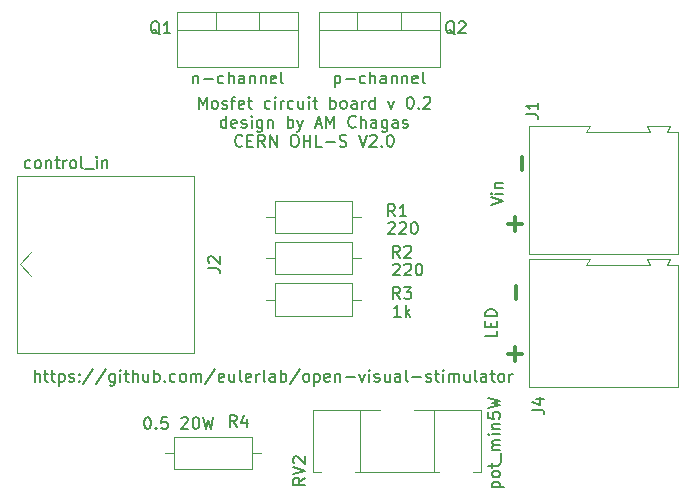
<source format=gbr>
G04 #@! TF.GenerationSoftware,KiCad,Pcbnew,(6.0.2)*
G04 #@! TF.CreationDate,2022-11-03T13:32:56+00:00*
G04 #@! TF.ProjectId,mosfet_circuit,6d6f7366-6574-45f6-9369-72637569742e,rev?*
G04 #@! TF.SameCoordinates,Original*
G04 #@! TF.FileFunction,Legend,Top*
G04 #@! TF.FilePolarity,Positive*
%FSLAX46Y46*%
G04 Gerber Fmt 4.6, Leading zero omitted, Abs format (unit mm)*
G04 Created by KiCad (PCBNEW (6.0.2)) date 2022-11-03 13:32:56*
%MOMM*%
%LPD*%
G01*
G04 APERTURE LIST*
%ADD10C,0.200000*%
%ADD11C,0.150000*%
%ADD12C,0.300000*%
%ADD13C,0.120000*%
G04 APERTURE END LIST*
D10*
X185738095Y-70035714D02*
X185738095Y-71035714D01*
X185738095Y-70083333D02*
X185833333Y-70035714D01*
X186023809Y-70035714D01*
X186119047Y-70083333D01*
X186166666Y-70130952D01*
X186214285Y-70226190D01*
X186214285Y-70511904D01*
X186166666Y-70607142D01*
X186119047Y-70654761D01*
X186023809Y-70702380D01*
X185833333Y-70702380D01*
X185738095Y-70654761D01*
X186642857Y-70321428D02*
X187404761Y-70321428D01*
X188309523Y-70654761D02*
X188214285Y-70702380D01*
X188023809Y-70702380D01*
X187928571Y-70654761D01*
X187880952Y-70607142D01*
X187833333Y-70511904D01*
X187833333Y-70226190D01*
X187880952Y-70130952D01*
X187928571Y-70083333D01*
X188023809Y-70035714D01*
X188214285Y-70035714D01*
X188309523Y-70083333D01*
X188738095Y-70702380D02*
X188738095Y-69702380D01*
X189166666Y-70702380D02*
X189166666Y-70178571D01*
X189119047Y-70083333D01*
X189023809Y-70035714D01*
X188880952Y-70035714D01*
X188785714Y-70083333D01*
X188738095Y-70130952D01*
X190071428Y-70702380D02*
X190071428Y-70178571D01*
X190023809Y-70083333D01*
X189928571Y-70035714D01*
X189738095Y-70035714D01*
X189642857Y-70083333D01*
X190071428Y-70654761D02*
X189976190Y-70702380D01*
X189738095Y-70702380D01*
X189642857Y-70654761D01*
X189595238Y-70559523D01*
X189595238Y-70464285D01*
X189642857Y-70369047D01*
X189738095Y-70321428D01*
X189976190Y-70321428D01*
X190071428Y-70273809D01*
X190547619Y-70035714D02*
X190547619Y-70702380D01*
X190547619Y-70130952D02*
X190595238Y-70083333D01*
X190690476Y-70035714D01*
X190833333Y-70035714D01*
X190928571Y-70083333D01*
X190976190Y-70178571D01*
X190976190Y-70702380D01*
X191452380Y-70035714D02*
X191452380Y-70702380D01*
X191452380Y-70130952D02*
X191500000Y-70083333D01*
X191595238Y-70035714D01*
X191738095Y-70035714D01*
X191833333Y-70083333D01*
X191880952Y-70178571D01*
X191880952Y-70702380D01*
X192738095Y-70654761D02*
X192642857Y-70702380D01*
X192452380Y-70702380D01*
X192357142Y-70654761D01*
X192309523Y-70559523D01*
X192309523Y-70178571D01*
X192357142Y-70083333D01*
X192452380Y-70035714D01*
X192642857Y-70035714D01*
X192738095Y-70083333D01*
X192785714Y-70178571D01*
X192785714Y-70273809D01*
X192309523Y-70369047D01*
X193357142Y-70702380D02*
X193261904Y-70654761D01*
X193214285Y-70559523D01*
X193214285Y-69702380D01*
X173738095Y-70035714D02*
X173738095Y-70702380D01*
X173738095Y-70130952D02*
X173785714Y-70083333D01*
X173880952Y-70035714D01*
X174023809Y-70035714D01*
X174119047Y-70083333D01*
X174166666Y-70178571D01*
X174166666Y-70702380D01*
X174642857Y-70321428D02*
X175404761Y-70321428D01*
X176309523Y-70654761D02*
X176214285Y-70702380D01*
X176023809Y-70702380D01*
X175928571Y-70654761D01*
X175880952Y-70607142D01*
X175833333Y-70511904D01*
X175833333Y-70226190D01*
X175880952Y-70130952D01*
X175928571Y-70083333D01*
X176023809Y-70035714D01*
X176214285Y-70035714D01*
X176309523Y-70083333D01*
X176738095Y-70702380D02*
X176738095Y-69702380D01*
X177166666Y-70702380D02*
X177166666Y-70178571D01*
X177119047Y-70083333D01*
X177023809Y-70035714D01*
X176880952Y-70035714D01*
X176785714Y-70083333D01*
X176738095Y-70130952D01*
X178071428Y-70702380D02*
X178071428Y-70178571D01*
X178023809Y-70083333D01*
X177928571Y-70035714D01*
X177738095Y-70035714D01*
X177642857Y-70083333D01*
X178071428Y-70654761D02*
X177976190Y-70702380D01*
X177738095Y-70702380D01*
X177642857Y-70654761D01*
X177595238Y-70559523D01*
X177595238Y-70464285D01*
X177642857Y-70369047D01*
X177738095Y-70321428D01*
X177976190Y-70321428D01*
X178071428Y-70273809D01*
X178547619Y-70035714D02*
X178547619Y-70702380D01*
X178547619Y-70130952D02*
X178595238Y-70083333D01*
X178690476Y-70035714D01*
X178833333Y-70035714D01*
X178928571Y-70083333D01*
X178976190Y-70178571D01*
X178976190Y-70702380D01*
X179452380Y-70035714D02*
X179452380Y-70702380D01*
X179452380Y-70130952D02*
X179500000Y-70083333D01*
X179595238Y-70035714D01*
X179738095Y-70035714D01*
X179833333Y-70083333D01*
X179880952Y-70178571D01*
X179880952Y-70702380D01*
X180738095Y-70654761D02*
X180642857Y-70702380D01*
X180452380Y-70702380D01*
X180357142Y-70654761D01*
X180309523Y-70559523D01*
X180309523Y-70178571D01*
X180357142Y-70083333D01*
X180452380Y-70035714D01*
X180642857Y-70035714D01*
X180738095Y-70083333D01*
X180785714Y-70178571D01*
X180785714Y-70273809D01*
X180309523Y-70369047D01*
X181357142Y-70702380D02*
X181261904Y-70654761D01*
X181214285Y-70559523D01*
X181214285Y-69702380D01*
D11*
X174214285Y-72842380D02*
X174214285Y-71842380D01*
X174547619Y-72556666D01*
X174880952Y-71842380D01*
X174880952Y-72842380D01*
X175500000Y-72842380D02*
X175404761Y-72794761D01*
X175357142Y-72747142D01*
X175309523Y-72651904D01*
X175309523Y-72366190D01*
X175357142Y-72270952D01*
X175404761Y-72223333D01*
X175500000Y-72175714D01*
X175642857Y-72175714D01*
X175738095Y-72223333D01*
X175785714Y-72270952D01*
X175833333Y-72366190D01*
X175833333Y-72651904D01*
X175785714Y-72747142D01*
X175738095Y-72794761D01*
X175642857Y-72842380D01*
X175500000Y-72842380D01*
X176214285Y-72794761D02*
X176309523Y-72842380D01*
X176500000Y-72842380D01*
X176595238Y-72794761D01*
X176642857Y-72699523D01*
X176642857Y-72651904D01*
X176595238Y-72556666D01*
X176500000Y-72509047D01*
X176357142Y-72509047D01*
X176261904Y-72461428D01*
X176214285Y-72366190D01*
X176214285Y-72318571D01*
X176261904Y-72223333D01*
X176357142Y-72175714D01*
X176500000Y-72175714D01*
X176595238Y-72223333D01*
X176928571Y-72175714D02*
X177309523Y-72175714D01*
X177071428Y-72842380D02*
X177071428Y-71985238D01*
X177119047Y-71890000D01*
X177214285Y-71842380D01*
X177309523Y-71842380D01*
X178023809Y-72794761D02*
X177928571Y-72842380D01*
X177738095Y-72842380D01*
X177642857Y-72794761D01*
X177595238Y-72699523D01*
X177595238Y-72318571D01*
X177642857Y-72223333D01*
X177738095Y-72175714D01*
X177928571Y-72175714D01*
X178023809Y-72223333D01*
X178071428Y-72318571D01*
X178071428Y-72413809D01*
X177595238Y-72509047D01*
X178357142Y-72175714D02*
X178738095Y-72175714D01*
X178500000Y-71842380D02*
X178500000Y-72699523D01*
X178547619Y-72794761D01*
X178642857Y-72842380D01*
X178738095Y-72842380D01*
X180261904Y-72794761D02*
X180166666Y-72842380D01*
X179976190Y-72842380D01*
X179880952Y-72794761D01*
X179833333Y-72747142D01*
X179785714Y-72651904D01*
X179785714Y-72366190D01*
X179833333Y-72270952D01*
X179880952Y-72223333D01*
X179976190Y-72175714D01*
X180166666Y-72175714D01*
X180261904Y-72223333D01*
X180690476Y-72842380D02*
X180690476Y-72175714D01*
X180690476Y-71842380D02*
X180642857Y-71890000D01*
X180690476Y-71937619D01*
X180738095Y-71890000D01*
X180690476Y-71842380D01*
X180690476Y-71937619D01*
X181166666Y-72842380D02*
X181166666Y-72175714D01*
X181166666Y-72366190D02*
X181214285Y-72270952D01*
X181261904Y-72223333D01*
X181357142Y-72175714D01*
X181452380Y-72175714D01*
X182214285Y-72794761D02*
X182119047Y-72842380D01*
X181928571Y-72842380D01*
X181833333Y-72794761D01*
X181785714Y-72747142D01*
X181738095Y-72651904D01*
X181738095Y-72366190D01*
X181785714Y-72270952D01*
X181833333Y-72223333D01*
X181928571Y-72175714D01*
X182119047Y-72175714D01*
X182214285Y-72223333D01*
X183071428Y-72175714D02*
X183071428Y-72842380D01*
X182642857Y-72175714D02*
X182642857Y-72699523D01*
X182690476Y-72794761D01*
X182785714Y-72842380D01*
X182928571Y-72842380D01*
X183023809Y-72794761D01*
X183071428Y-72747142D01*
X183547619Y-72842380D02*
X183547619Y-72175714D01*
X183547619Y-71842380D02*
X183500000Y-71890000D01*
X183547619Y-71937619D01*
X183595238Y-71890000D01*
X183547619Y-71842380D01*
X183547619Y-71937619D01*
X183880952Y-72175714D02*
X184261904Y-72175714D01*
X184023809Y-71842380D02*
X184023809Y-72699523D01*
X184071428Y-72794761D01*
X184166666Y-72842380D01*
X184261904Y-72842380D01*
X185357142Y-72842380D02*
X185357142Y-71842380D01*
X185357142Y-72223333D02*
X185452380Y-72175714D01*
X185642857Y-72175714D01*
X185738095Y-72223333D01*
X185785714Y-72270952D01*
X185833333Y-72366190D01*
X185833333Y-72651904D01*
X185785714Y-72747142D01*
X185738095Y-72794761D01*
X185642857Y-72842380D01*
X185452380Y-72842380D01*
X185357142Y-72794761D01*
X186404761Y-72842380D02*
X186309523Y-72794761D01*
X186261904Y-72747142D01*
X186214285Y-72651904D01*
X186214285Y-72366190D01*
X186261904Y-72270952D01*
X186309523Y-72223333D01*
X186404761Y-72175714D01*
X186547619Y-72175714D01*
X186642857Y-72223333D01*
X186690476Y-72270952D01*
X186738095Y-72366190D01*
X186738095Y-72651904D01*
X186690476Y-72747142D01*
X186642857Y-72794761D01*
X186547619Y-72842380D01*
X186404761Y-72842380D01*
X187595238Y-72842380D02*
X187595238Y-72318571D01*
X187547619Y-72223333D01*
X187452380Y-72175714D01*
X187261904Y-72175714D01*
X187166666Y-72223333D01*
X187595238Y-72794761D02*
X187500000Y-72842380D01*
X187261904Y-72842380D01*
X187166666Y-72794761D01*
X187119047Y-72699523D01*
X187119047Y-72604285D01*
X187166666Y-72509047D01*
X187261904Y-72461428D01*
X187500000Y-72461428D01*
X187595238Y-72413809D01*
X188071428Y-72842380D02*
X188071428Y-72175714D01*
X188071428Y-72366190D02*
X188119047Y-72270952D01*
X188166666Y-72223333D01*
X188261904Y-72175714D01*
X188357142Y-72175714D01*
X189119047Y-72842380D02*
X189119047Y-71842380D01*
X189119047Y-72794761D02*
X189023809Y-72842380D01*
X188833333Y-72842380D01*
X188738095Y-72794761D01*
X188690476Y-72747142D01*
X188642857Y-72651904D01*
X188642857Y-72366190D01*
X188690476Y-72270952D01*
X188738095Y-72223333D01*
X188833333Y-72175714D01*
X189023809Y-72175714D01*
X189119047Y-72223333D01*
X190261904Y-72175714D02*
X190500000Y-72842380D01*
X190738095Y-72175714D01*
X192071428Y-71842380D02*
X192166666Y-71842380D01*
X192261904Y-71890000D01*
X192309523Y-71937619D01*
X192357142Y-72032857D01*
X192404761Y-72223333D01*
X192404761Y-72461428D01*
X192357142Y-72651904D01*
X192309523Y-72747142D01*
X192261904Y-72794761D01*
X192166666Y-72842380D01*
X192071428Y-72842380D01*
X191976190Y-72794761D01*
X191928571Y-72747142D01*
X191880952Y-72651904D01*
X191833333Y-72461428D01*
X191833333Y-72223333D01*
X191880952Y-72032857D01*
X191928571Y-71937619D01*
X191976190Y-71890000D01*
X192071428Y-71842380D01*
X192833333Y-72747142D02*
X192880952Y-72794761D01*
X192833333Y-72842380D01*
X192785714Y-72794761D01*
X192833333Y-72747142D01*
X192833333Y-72842380D01*
X193261904Y-71937619D02*
X193309523Y-71890000D01*
X193404761Y-71842380D01*
X193642857Y-71842380D01*
X193738095Y-71890000D01*
X193785714Y-71937619D01*
X193833333Y-72032857D01*
X193833333Y-72128095D01*
X193785714Y-72270952D01*
X193214285Y-72842380D01*
X193833333Y-72842380D01*
X176547619Y-74452380D02*
X176547619Y-73452380D01*
X176547619Y-74404761D02*
X176452380Y-74452380D01*
X176261904Y-74452380D01*
X176166666Y-74404761D01*
X176119047Y-74357142D01*
X176071428Y-74261904D01*
X176071428Y-73976190D01*
X176119047Y-73880952D01*
X176166666Y-73833333D01*
X176261904Y-73785714D01*
X176452380Y-73785714D01*
X176547619Y-73833333D01*
X177404761Y-74404761D02*
X177309523Y-74452380D01*
X177119047Y-74452380D01*
X177023809Y-74404761D01*
X176976190Y-74309523D01*
X176976190Y-73928571D01*
X177023809Y-73833333D01*
X177119047Y-73785714D01*
X177309523Y-73785714D01*
X177404761Y-73833333D01*
X177452380Y-73928571D01*
X177452380Y-74023809D01*
X176976190Y-74119047D01*
X177833333Y-74404761D02*
X177928571Y-74452380D01*
X178119047Y-74452380D01*
X178214285Y-74404761D01*
X178261904Y-74309523D01*
X178261904Y-74261904D01*
X178214285Y-74166666D01*
X178119047Y-74119047D01*
X177976190Y-74119047D01*
X177880952Y-74071428D01*
X177833333Y-73976190D01*
X177833333Y-73928571D01*
X177880952Y-73833333D01*
X177976190Y-73785714D01*
X178119047Y-73785714D01*
X178214285Y-73833333D01*
X178690476Y-74452380D02*
X178690476Y-73785714D01*
X178690476Y-73452380D02*
X178642857Y-73500000D01*
X178690476Y-73547619D01*
X178738095Y-73500000D01*
X178690476Y-73452380D01*
X178690476Y-73547619D01*
X179595238Y-73785714D02*
X179595238Y-74595238D01*
X179547619Y-74690476D01*
X179500000Y-74738095D01*
X179404761Y-74785714D01*
X179261904Y-74785714D01*
X179166666Y-74738095D01*
X179595238Y-74404761D02*
X179500000Y-74452380D01*
X179309523Y-74452380D01*
X179214285Y-74404761D01*
X179166666Y-74357142D01*
X179119047Y-74261904D01*
X179119047Y-73976190D01*
X179166666Y-73880952D01*
X179214285Y-73833333D01*
X179309523Y-73785714D01*
X179500000Y-73785714D01*
X179595238Y-73833333D01*
X180071428Y-73785714D02*
X180071428Y-74452380D01*
X180071428Y-73880952D02*
X180119047Y-73833333D01*
X180214285Y-73785714D01*
X180357142Y-73785714D01*
X180452380Y-73833333D01*
X180500000Y-73928571D01*
X180500000Y-74452380D01*
X181738095Y-74452380D02*
X181738095Y-73452380D01*
X181738095Y-73833333D02*
X181833333Y-73785714D01*
X182023809Y-73785714D01*
X182119047Y-73833333D01*
X182166666Y-73880952D01*
X182214285Y-73976190D01*
X182214285Y-74261904D01*
X182166666Y-74357142D01*
X182119047Y-74404761D01*
X182023809Y-74452380D01*
X181833333Y-74452380D01*
X181738095Y-74404761D01*
X182547619Y-73785714D02*
X182785714Y-74452380D01*
X183023809Y-73785714D02*
X182785714Y-74452380D01*
X182690476Y-74690476D01*
X182642857Y-74738095D01*
X182547619Y-74785714D01*
X184119047Y-74166666D02*
X184595238Y-74166666D01*
X184023809Y-74452380D02*
X184357142Y-73452380D01*
X184690476Y-74452380D01*
X185023809Y-74452380D02*
X185023809Y-73452380D01*
X185357142Y-74166666D01*
X185690476Y-73452380D01*
X185690476Y-74452380D01*
X187500000Y-74357142D02*
X187452380Y-74404761D01*
X187309523Y-74452380D01*
X187214285Y-74452380D01*
X187071428Y-74404761D01*
X186976190Y-74309523D01*
X186928571Y-74214285D01*
X186880952Y-74023809D01*
X186880952Y-73880952D01*
X186928571Y-73690476D01*
X186976190Y-73595238D01*
X187071428Y-73500000D01*
X187214285Y-73452380D01*
X187309523Y-73452380D01*
X187452380Y-73500000D01*
X187500000Y-73547619D01*
X187928571Y-74452380D02*
X187928571Y-73452380D01*
X188357142Y-74452380D02*
X188357142Y-73928571D01*
X188309523Y-73833333D01*
X188214285Y-73785714D01*
X188071428Y-73785714D01*
X187976190Y-73833333D01*
X187928571Y-73880952D01*
X189261904Y-74452380D02*
X189261904Y-73928571D01*
X189214285Y-73833333D01*
X189119047Y-73785714D01*
X188928571Y-73785714D01*
X188833333Y-73833333D01*
X189261904Y-74404761D02*
X189166666Y-74452380D01*
X188928571Y-74452380D01*
X188833333Y-74404761D01*
X188785714Y-74309523D01*
X188785714Y-74214285D01*
X188833333Y-74119047D01*
X188928571Y-74071428D01*
X189166666Y-74071428D01*
X189261904Y-74023809D01*
X190166666Y-73785714D02*
X190166666Y-74595238D01*
X190119047Y-74690476D01*
X190071428Y-74738095D01*
X189976190Y-74785714D01*
X189833333Y-74785714D01*
X189738095Y-74738095D01*
X190166666Y-74404761D02*
X190071428Y-74452380D01*
X189880952Y-74452380D01*
X189785714Y-74404761D01*
X189738095Y-74357142D01*
X189690476Y-74261904D01*
X189690476Y-73976190D01*
X189738095Y-73880952D01*
X189785714Y-73833333D01*
X189880952Y-73785714D01*
X190071428Y-73785714D01*
X190166666Y-73833333D01*
X191071428Y-74452380D02*
X191071428Y-73928571D01*
X191023809Y-73833333D01*
X190928571Y-73785714D01*
X190738095Y-73785714D01*
X190642857Y-73833333D01*
X191071428Y-74404761D02*
X190976190Y-74452380D01*
X190738095Y-74452380D01*
X190642857Y-74404761D01*
X190595238Y-74309523D01*
X190595238Y-74214285D01*
X190642857Y-74119047D01*
X190738095Y-74071428D01*
X190976190Y-74071428D01*
X191071428Y-74023809D01*
X191500000Y-74404761D02*
X191595238Y-74452380D01*
X191785714Y-74452380D01*
X191880952Y-74404761D01*
X191928571Y-74309523D01*
X191928571Y-74261904D01*
X191880952Y-74166666D01*
X191785714Y-74119047D01*
X191642857Y-74119047D01*
X191547619Y-74071428D01*
X191500000Y-73976190D01*
X191500000Y-73928571D01*
X191547619Y-73833333D01*
X191642857Y-73785714D01*
X191785714Y-73785714D01*
X191880952Y-73833333D01*
X177904761Y-75967142D02*
X177857142Y-76014761D01*
X177714285Y-76062380D01*
X177619047Y-76062380D01*
X177476190Y-76014761D01*
X177380952Y-75919523D01*
X177333333Y-75824285D01*
X177285714Y-75633809D01*
X177285714Y-75490952D01*
X177333333Y-75300476D01*
X177380952Y-75205238D01*
X177476190Y-75110000D01*
X177619047Y-75062380D01*
X177714285Y-75062380D01*
X177857142Y-75110000D01*
X177904761Y-75157619D01*
X178333333Y-75538571D02*
X178666666Y-75538571D01*
X178809523Y-76062380D02*
X178333333Y-76062380D01*
X178333333Y-75062380D01*
X178809523Y-75062380D01*
X179809523Y-76062380D02*
X179476190Y-75586190D01*
X179238095Y-76062380D02*
X179238095Y-75062380D01*
X179619047Y-75062380D01*
X179714285Y-75110000D01*
X179761904Y-75157619D01*
X179809523Y-75252857D01*
X179809523Y-75395714D01*
X179761904Y-75490952D01*
X179714285Y-75538571D01*
X179619047Y-75586190D01*
X179238095Y-75586190D01*
X180238095Y-76062380D02*
X180238095Y-75062380D01*
X180809523Y-76062380D01*
X180809523Y-75062380D01*
X182238095Y-75062380D02*
X182428571Y-75062380D01*
X182523809Y-75110000D01*
X182619047Y-75205238D01*
X182666666Y-75395714D01*
X182666666Y-75729047D01*
X182619047Y-75919523D01*
X182523809Y-76014761D01*
X182428571Y-76062380D01*
X182238095Y-76062380D01*
X182142857Y-76014761D01*
X182047619Y-75919523D01*
X182000000Y-75729047D01*
X182000000Y-75395714D01*
X182047619Y-75205238D01*
X182142857Y-75110000D01*
X182238095Y-75062380D01*
X183095238Y-76062380D02*
X183095238Y-75062380D01*
X183095238Y-75538571D02*
X183666666Y-75538571D01*
X183666666Y-76062380D02*
X183666666Y-75062380D01*
X184619047Y-76062380D02*
X184142857Y-76062380D01*
X184142857Y-75062380D01*
X184952380Y-75681428D02*
X185714285Y-75681428D01*
X186142857Y-76014761D02*
X186285714Y-76062380D01*
X186523809Y-76062380D01*
X186619047Y-76014761D01*
X186666666Y-75967142D01*
X186714285Y-75871904D01*
X186714285Y-75776666D01*
X186666666Y-75681428D01*
X186619047Y-75633809D01*
X186523809Y-75586190D01*
X186333333Y-75538571D01*
X186238095Y-75490952D01*
X186190476Y-75443333D01*
X186142857Y-75348095D01*
X186142857Y-75252857D01*
X186190476Y-75157619D01*
X186238095Y-75110000D01*
X186333333Y-75062380D01*
X186571428Y-75062380D01*
X186714285Y-75110000D01*
X187761904Y-75062380D02*
X188095238Y-76062380D01*
X188428571Y-75062380D01*
X188714285Y-75157619D02*
X188761904Y-75110000D01*
X188857142Y-75062380D01*
X189095238Y-75062380D01*
X189190476Y-75110000D01*
X189238095Y-75157619D01*
X189285714Y-75252857D01*
X189285714Y-75348095D01*
X189238095Y-75490952D01*
X188666666Y-76062380D01*
X189285714Y-76062380D01*
X189714285Y-75967142D02*
X189761904Y-76014761D01*
X189714285Y-76062380D01*
X189666666Y-76014761D01*
X189714285Y-75967142D01*
X189714285Y-76062380D01*
X190380952Y-75062380D02*
X190476190Y-75062380D01*
X190571428Y-75110000D01*
X190619047Y-75157619D01*
X190666666Y-75252857D01*
X190714285Y-75443333D01*
X190714285Y-75681428D01*
X190666666Y-75871904D01*
X190619047Y-75967142D01*
X190571428Y-76014761D01*
X190476190Y-76062380D01*
X190380952Y-76062380D01*
X190285714Y-76014761D01*
X190238095Y-75967142D01*
X190190476Y-75871904D01*
X190142857Y-75681428D01*
X190142857Y-75443333D01*
X190190476Y-75252857D01*
X190238095Y-75157619D01*
X190285714Y-75110000D01*
X190380952Y-75062380D01*
D12*
X200428571Y-82607142D02*
X201571428Y-82607142D01*
X201000000Y-83178571D02*
X201000000Y-82035714D01*
X201107142Y-88991428D02*
X201107142Y-87848571D01*
X200428571Y-93607142D02*
X201571428Y-93607142D01*
X201000000Y-94178571D02*
X201000000Y-93035714D01*
X201607142Y-78071428D02*
X201607142Y-76928571D01*
D10*
X160333333Y-95952380D02*
X160333333Y-94952380D01*
X160761904Y-95952380D02*
X160761904Y-95428571D01*
X160714285Y-95333333D01*
X160619047Y-95285714D01*
X160476190Y-95285714D01*
X160380952Y-95333333D01*
X160333333Y-95380952D01*
X161095238Y-95285714D02*
X161476190Y-95285714D01*
X161238095Y-94952380D02*
X161238095Y-95809523D01*
X161285714Y-95904761D01*
X161380952Y-95952380D01*
X161476190Y-95952380D01*
X161666666Y-95285714D02*
X162047619Y-95285714D01*
X161809523Y-94952380D02*
X161809523Y-95809523D01*
X161857142Y-95904761D01*
X161952380Y-95952380D01*
X162047619Y-95952380D01*
X162380952Y-95285714D02*
X162380952Y-96285714D01*
X162380952Y-95333333D02*
X162476190Y-95285714D01*
X162666666Y-95285714D01*
X162761904Y-95333333D01*
X162809523Y-95380952D01*
X162857142Y-95476190D01*
X162857142Y-95761904D01*
X162809523Y-95857142D01*
X162761904Y-95904761D01*
X162666666Y-95952380D01*
X162476190Y-95952380D01*
X162380952Y-95904761D01*
X163238095Y-95904761D02*
X163333333Y-95952380D01*
X163523809Y-95952380D01*
X163619047Y-95904761D01*
X163666666Y-95809523D01*
X163666666Y-95761904D01*
X163619047Y-95666666D01*
X163523809Y-95619047D01*
X163380952Y-95619047D01*
X163285714Y-95571428D01*
X163238095Y-95476190D01*
X163238095Y-95428571D01*
X163285714Y-95333333D01*
X163380952Y-95285714D01*
X163523809Y-95285714D01*
X163619047Y-95333333D01*
X164095238Y-95857142D02*
X164142857Y-95904761D01*
X164095238Y-95952380D01*
X164047619Y-95904761D01*
X164095238Y-95857142D01*
X164095238Y-95952380D01*
X164095238Y-95333333D02*
X164142857Y-95380952D01*
X164095238Y-95428571D01*
X164047619Y-95380952D01*
X164095238Y-95333333D01*
X164095238Y-95428571D01*
X165285714Y-94904761D02*
X164428571Y-96190476D01*
X166333333Y-94904761D02*
X165476190Y-96190476D01*
X167095238Y-95285714D02*
X167095238Y-96095238D01*
X167047619Y-96190476D01*
X167000000Y-96238095D01*
X166904761Y-96285714D01*
X166761904Y-96285714D01*
X166666666Y-96238095D01*
X167095238Y-95904761D02*
X167000000Y-95952380D01*
X166809523Y-95952380D01*
X166714285Y-95904761D01*
X166666666Y-95857142D01*
X166619047Y-95761904D01*
X166619047Y-95476190D01*
X166666666Y-95380952D01*
X166714285Y-95333333D01*
X166809523Y-95285714D01*
X167000000Y-95285714D01*
X167095238Y-95333333D01*
X167571428Y-95952380D02*
X167571428Y-95285714D01*
X167571428Y-94952380D02*
X167523809Y-95000000D01*
X167571428Y-95047619D01*
X167619047Y-95000000D01*
X167571428Y-94952380D01*
X167571428Y-95047619D01*
X167904761Y-95285714D02*
X168285714Y-95285714D01*
X168047619Y-94952380D02*
X168047619Y-95809523D01*
X168095238Y-95904761D01*
X168190476Y-95952380D01*
X168285714Y-95952380D01*
X168619047Y-95952380D02*
X168619047Y-94952380D01*
X169047619Y-95952380D02*
X169047619Y-95428571D01*
X169000000Y-95333333D01*
X168904761Y-95285714D01*
X168761904Y-95285714D01*
X168666666Y-95333333D01*
X168619047Y-95380952D01*
X169952380Y-95285714D02*
X169952380Y-95952380D01*
X169523809Y-95285714D02*
X169523809Y-95809523D01*
X169571428Y-95904761D01*
X169666666Y-95952380D01*
X169809523Y-95952380D01*
X169904761Y-95904761D01*
X169952380Y-95857142D01*
X170428571Y-95952380D02*
X170428571Y-94952380D01*
X170428571Y-95333333D02*
X170523809Y-95285714D01*
X170714285Y-95285714D01*
X170809523Y-95333333D01*
X170857142Y-95380952D01*
X170904761Y-95476190D01*
X170904761Y-95761904D01*
X170857142Y-95857142D01*
X170809523Y-95904761D01*
X170714285Y-95952380D01*
X170523809Y-95952380D01*
X170428571Y-95904761D01*
X171333333Y-95857142D02*
X171380952Y-95904761D01*
X171333333Y-95952380D01*
X171285714Y-95904761D01*
X171333333Y-95857142D01*
X171333333Y-95952380D01*
X172238095Y-95904761D02*
X172142857Y-95952380D01*
X171952380Y-95952380D01*
X171857142Y-95904761D01*
X171809523Y-95857142D01*
X171761904Y-95761904D01*
X171761904Y-95476190D01*
X171809523Y-95380952D01*
X171857142Y-95333333D01*
X171952380Y-95285714D01*
X172142857Y-95285714D01*
X172238095Y-95333333D01*
X172809523Y-95952380D02*
X172714285Y-95904761D01*
X172666666Y-95857142D01*
X172619047Y-95761904D01*
X172619047Y-95476190D01*
X172666666Y-95380952D01*
X172714285Y-95333333D01*
X172809523Y-95285714D01*
X172952380Y-95285714D01*
X173047619Y-95333333D01*
X173095238Y-95380952D01*
X173142857Y-95476190D01*
X173142857Y-95761904D01*
X173095238Y-95857142D01*
X173047619Y-95904761D01*
X172952380Y-95952380D01*
X172809523Y-95952380D01*
X173571428Y-95952380D02*
X173571428Y-95285714D01*
X173571428Y-95380952D02*
X173619047Y-95333333D01*
X173714285Y-95285714D01*
X173857142Y-95285714D01*
X173952380Y-95333333D01*
X174000000Y-95428571D01*
X174000000Y-95952380D01*
X174000000Y-95428571D02*
X174047619Y-95333333D01*
X174142857Y-95285714D01*
X174285714Y-95285714D01*
X174380952Y-95333333D01*
X174428571Y-95428571D01*
X174428571Y-95952380D01*
X175619047Y-94904761D02*
X174761904Y-96190476D01*
X176333333Y-95904761D02*
X176238095Y-95952380D01*
X176047619Y-95952380D01*
X175952380Y-95904761D01*
X175904761Y-95809523D01*
X175904761Y-95428571D01*
X175952380Y-95333333D01*
X176047619Y-95285714D01*
X176238095Y-95285714D01*
X176333333Y-95333333D01*
X176380952Y-95428571D01*
X176380952Y-95523809D01*
X175904761Y-95619047D01*
X177238095Y-95285714D02*
X177238095Y-95952380D01*
X176809523Y-95285714D02*
X176809523Y-95809523D01*
X176857142Y-95904761D01*
X176952380Y-95952380D01*
X177095238Y-95952380D01*
X177190476Y-95904761D01*
X177238095Y-95857142D01*
X177857142Y-95952380D02*
X177761904Y-95904761D01*
X177714285Y-95809523D01*
X177714285Y-94952380D01*
X178619047Y-95904761D02*
X178523809Y-95952380D01*
X178333333Y-95952380D01*
X178238095Y-95904761D01*
X178190476Y-95809523D01*
X178190476Y-95428571D01*
X178238095Y-95333333D01*
X178333333Y-95285714D01*
X178523809Y-95285714D01*
X178619047Y-95333333D01*
X178666666Y-95428571D01*
X178666666Y-95523809D01*
X178190476Y-95619047D01*
X179095238Y-95952380D02*
X179095238Y-95285714D01*
X179095238Y-95476190D02*
X179142857Y-95380952D01*
X179190476Y-95333333D01*
X179285714Y-95285714D01*
X179380952Y-95285714D01*
X179857142Y-95952380D02*
X179761904Y-95904761D01*
X179714285Y-95809523D01*
X179714285Y-94952380D01*
X180666666Y-95952380D02*
X180666666Y-95428571D01*
X180619047Y-95333333D01*
X180523809Y-95285714D01*
X180333333Y-95285714D01*
X180238095Y-95333333D01*
X180666666Y-95904761D02*
X180571428Y-95952380D01*
X180333333Y-95952380D01*
X180238095Y-95904761D01*
X180190476Y-95809523D01*
X180190476Y-95714285D01*
X180238095Y-95619047D01*
X180333333Y-95571428D01*
X180571428Y-95571428D01*
X180666666Y-95523809D01*
X181142857Y-95952380D02*
X181142857Y-94952380D01*
X181142857Y-95333333D02*
X181238095Y-95285714D01*
X181428571Y-95285714D01*
X181523809Y-95333333D01*
X181571428Y-95380952D01*
X181619047Y-95476190D01*
X181619047Y-95761904D01*
X181571428Y-95857142D01*
X181523809Y-95904761D01*
X181428571Y-95952380D01*
X181238095Y-95952380D01*
X181142857Y-95904761D01*
X182761904Y-94904761D02*
X181904761Y-96190476D01*
X183238095Y-95952380D02*
X183142857Y-95904761D01*
X183095238Y-95857142D01*
X183047619Y-95761904D01*
X183047619Y-95476190D01*
X183095238Y-95380952D01*
X183142857Y-95333333D01*
X183238095Y-95285714D01*
X183380952Y-95285714D01*
X183476190Y-95333333D01*
X183523809Y-95380952D01*
X183571428Y-95476190D01*
X183571428Y-95761904D01*
X183523809Y-95857142D01*
X183476190Y-95904761D01*
X183380952Y-95952380D01*
X183238095Y-95952380D01*
X184000000Y-95285714D02*
X184000000Y-96285714D01*
X184000000Y-95333333D02*
X184095238Y-95285714D01*
X184285714Y-95285714D01*
X184380952Y-95333333D01*
X184428571Y-95380952D01*
X184476190Y-95476190D01*
X184476190Y-95761904D01*
X184428571Y-95857142D01*
X184380952Y-95904761D01*
X184285714Y-95952380D01*
X184095238Y-95952380D01*
X184000000Y-95904761D01*
X185285714Y-95904761D02*
X185190476Y-95952380D01*
X184999999Y-95952380D01*
X184904761Y-95904761D01*
X184857142Y-95809523D01*
X184857142Y-95428571D01*
X184904761Y-95333333D01*
X184999999Y-95285714D01*
X185190476Y-95285714D01*
X185285714Y-95333333D01*
X185333333Y-95428571D01*
X185333333Y-95523809D01*
X184857142Y-95619047D01*
X185761904Y-95285714D02*
X185761904Y-95952380D01*
X185761904Y-95380952D02*
X185809523Y-95333333D01*
X185904761Y-95285714D01*
X186047619Y-95285714D01*
X186142857Y-95333333D01*
X186190476Y-95428571D01*
X186190476Y-95952380D01*
X186666666Y-95571428D02*
X187428571Y-95571428D01*
X187809523Y-95285714D02*
X188047619Y-95952380D01*
X188285714Y-95285714D01*
X188666666Y-95952380D02*
X188666666Y-95285714D01*
X188666666Y-94952380D02*
X188619047Y-95000000D01*
X188666666Y-95047619D01*
X188714285Y-95000000D01*
X188666666Y-94952380D01*
X188666666Y-95047619D01*
X189095238Y-95904761D02*
X189190476Y-95952380D01*
X189380952Y-95952380D01*
X189476190Y-95904761D01*
X189523809Y-95809523D01*
X189523809Y-95761904D01*
X189476190Y-95666666D01*
X189380952Y-95619047D01*
X189238095Y-95619047D01*
X189142857Y-95571428D01*
X189095238Y-95476190D01*
X189095238Y-95428571D01*
X189142857Y-95333333D01*
X189238095Y-95285714D01*
X189380952Y-95285714D01*
X189476190Y-95333333D01*
X190380952Y-95285714D02*
X190380952Y-95952380D01*
X189952380Y-95285714D02*
X189952380Y-95809523D01*
X190000000Y-95904761D01*
X190095238Y-95952380D01*
X190238095Y-95952380D01*
X190333333Y-95904761D01*
X190380952Y-95857142D01*
X191285714Y-95952380D02*
X191285714Y-95428571D01*
X191238095Y-95333333D01*
X191142857Y-95285714D01*
X190952380Y-95285714D01*
X190857142Y-95333333D01*
X191285714Y-95904761D02*
X191190476Y-95952380D01*
X190952380Y-95952380D01*
X190857142Y-95904761D01*
X190809523Y-95809523D01*
X190809523Y-95714285D01*
X190857142Y-95619047D01*
X190952380Y-95571428D01*
X191190476Y-95571428D01*
X191285714Y-95523809D01*
X191904761Y-95952380D02*
X191809523Y-95904761D01*
X191761904Y-95809523D01*
X191761904Y-94952380D01*
X192285714Y-95571428D02*
X193047619Y-95571428D01*
X193476190Y-95904761D02*
X193571428Y-95952380D01*
X193761904Y-95952380D01*
X193857142Y-95904761D01*
X193904761Y-95809523D01*
X193904761Y-95761904D01*
X193857142Y-95666666D01*
X193761904Y-95619047D01*
X193619047Y-95619047D01*
X193523809Y-95571428D01*
X193476190Y-95476190D01*
X193476190Y-95428571D01*
X193523809Y-95333333D01*
X193619047Y-95285714D01*
X193761904Y-95285714D01*
X193857142Y-95333333D01*
X194190476Y-95285714D02*
X194571428Y-95285714D01*
X194333333Y-94952380D02*
X194333333Y-95809523D01*
X194380952Y-95904761D01*
X194476190Y-95952380D01*
X194571428Y-95952380D01*
X194904761Y-95952380D02*
X194904761Y-95285714D01*
X194904761Y-94952380D02*
X194857142Y-95000000D01*
X194904761Y-95047619D01*
X194952380Y-95000000D01*
X194904761Y-94952380D01*
X194904761Y-95047619D01*
X195380952Y-95952380D02*
X195380952Y-95285714D01*
X195380952Y-95380952D02*
X195428571Y-95333333D01*
X195523809Y-95285714D01*
X195666666Y-95285714D01*
X195761904Y-95333333D01*
X195809523Y-95428571D01*
X195809523Y-95952380D01*
X195809523Y-95428571D02*
X195857142Y-95333333D01*
X195952380Y-95285714D01*
X196095238Y-95285714D01*
X196190476Y-95333333D01*
X196238095Y-95428571D01*
X196238095Y-95952380D01*
X197142857Y-95285714D02*
X197142857Y-95952380D01*
X196714285Y-95285714D02*
X196714285Y-95809523D01*
X196761904Y-95904761D01*
X196857142Y-95952380D01*
X197000000Y-95952380D01*
X197095238Y-95904761D01*
X197142857Y-95857142D01*
X197761904Y-95952380D02*
X197666666Y-95904761D01*
X197619047Y-95809523D01*
X197619047Y-94952380D01*
X198571428Y-95952380D02*
X198571428Y-95428571D01*
X198523809Y-95333333D01*
X198428571Y-95285714D01*
X198238095Y-95285714D01*
X198142857Y-95333333D01*
X198571428Y-95904761D02*
X198476190Y-95952380D01*
X198238095Y-95952380D01*
X198142857Y-95904761D01*
X198095238Y-95809523D01*
X198095238Y-95714285D01*
X198142857Y-95619047D01*
X198238095Y-95571428D01*
X198476190Y-95571428D01*
X198571428Y-95523809D01*
X198904761Y-95285714D02*
X199285714Y-95285714D01*
X199047619Y-94952380D02*
X199047619Y-95809523D01*
X199095238Y-95904761D01*
X199190476Y-95952380D01*
X199285714Y-95952380D01*
X199761904Y-95952380D02*
X199666666Y-95904761D01*
X199619047Y-95857142D01*
X199571428Y-95761904D01*
X199571428Y-95476190D01*
X199619047Y-95380952D01*
X199666666Y-95333333D01*
X199761904Y-95285714D01*
X199904761Y-95285714D01*
X200000000Y-95333333D01*
X200047619Y-95380952D01*
X200095238Y-95476190D01*
X200095238Y-95761904D01*
X200047619Y-95857142D01*
X200000000Y-95904761D01*
X199904761Y-95952380D01*
X199761904Y-95952380D01*
X200523809Y-95952380D02*
X200523809Y-95285714D01*
X200523809Y-95476190D02*
X200571428Y-95380952D01*
X200619047Y-95333333D01*
X200714285Y-95285714D01*
X200809523Y-95285714D01*
D11*
X201952380Y-73333333D02*
X202666666Y-73333333D01*
X202809523Y-73380952D01*
X202904761Y-73476190D01*
X202952380Y-73619047D01*
X202952380Y-73714285D01*
X202952380Y-72333333D02*
X202952380Y-72904761D01*
X202952380Y-72619047D02*
X201952380Y-72619047D01*
X202095238Y-72714285D01*
X202190476Y-72809523D01*
X202238095Y-72904761D01*
X198952380Y-81023809D02*
X199952380Y-80690476D01*
X198952380Y-80357142D01*
X199952380Y-80023809D02*
X199285714Y-80023809D01*
X198952380Y-80023809D02*
X199000000Y-80071428D01*
X199047619Y-80023809D01*
X199000000Y-79976190D01*
X198952380Y-80023809D01*
X199047619Y-80023809D01*
X199285714Y-79547619D02*
X199952380Y-79547619D01*
X199380952Y-79547619D02*
X199333333Y-79500000D01*
X199285714Y-79404761D01*
X199285714Y-79261904D01*
X199333333Y-79166666D01*
X199428571Y-79119047D01*
X199952380Y-79119047D01*
X175002380Y-86333333D02*
X175716666Y-86333333D01*
X175859523Y-86380952D01*
X175954761Y-86476190D01*
X176002380Y-86619047D01*
X176002380Y-86714285D01*
X175097619Y-85904761D02*
X175050000Y-85857142D01*
X175002380Y-85761904D01*
X175002380Y-85523809D01*
X175050000Y-85428571D01*
X175097619Y-85380952D01*
X175192857Y-85333333D01*
X175288095Y-85333333D01*
X175430952Y-85380952D01*
X176002380Y-85952380D01*
X176002380Y-85333333D01*
X159952380Y-77832261D02*
X159857142Y-77879880D01*
X159666666Y-77879880D01*
X159571428Y-77832261D01*
X159523809Y-77784642D01*
X159476190Y-77689404D01*
X159476190Y-77403690D01*
X159523809Y-77308452D01*
X159571428Y-77260833D01*
X159666666Y-77213214D01*
X159857142Y-77213214D01*
X159952380Y-77260833D01*
X160523809Y-77879880D02*
X160428571Y-77832261D01*
X160380952Y-77784642D01*
X160333333Y-77689404D01*
X160333333Y-77403690D01*
X160380952Y-77308452D01*
X160428571Y-77260833D01*
X160523809Y-77213214D01*
X160666666Y-77213214D01*
X160761904Y-77260833D01*
X160809523Y-77308452D01*
X160857142Y-77403690D01*
X160857142Y-77689404D01*
X160809523Y-77784642D01*
X160761904Y-77832261D01*
X160666666Y-77879880D01*
X160523809Y-77879880D01*
X161285714Y-77213214D02*
X161285714Y-77879880D01*
X161285714Y-77308452D02*
X161333333Y-77260833D01*
X161428571Y-77213214D01*
X161571428Y-77213214D01*
X161666666Y-77260833D01*
X161714285Y-77356071D01*
X161714285Y-77879880D01*
X162047619Y-77213214D02*
X162428571Y-77213214D01*
X162190476Y-76879880D02*
X162190476Y-77737023D01*
X162238095Y-77832261D01*
X162333333Y-77879880D01*
X162428571Y-77879880D01*
X162761904Y-77879880D02*
X162761904Y-77213214D01*
X162761904Y-77403690D02*
X162809523Y-77308452D01*
X162857142Y-77260833D01*
X162952380Y-77213214D01*
X163047619Y-77213214D01*
X163523809Y-77879880D02*
X163428571Y-77832261D01*
X163380952Y-77784642D01*
X163333333Y-77689404D01*
X163333333Y-77403690D01*
X163380952Y-77308452D01*
X163428571Y-77260833D01*
X163523809Y-77213214D01*
X163666666Y-77213214D01*
X163761904Y-77260833D01*
X163809523Y-77308452D01*
X163857142Y-77403690D01*
X163857142Y-77689404D01*
X163809523Y-77784642D01*
X163761904Y-77832261D01*
X163666666Y-77879880D01*
X163523809Y-77879880D01*
X164428571Y-77879880D02*
X164333333Y-77832261D01*
X164285714Y-77737023D01*
X164285714Y-76879880D01*
X164571428Y-77975119D02*
X165333333Y-77975119D01*
X165571428Y-77879880D02*
X165571428Y-77213214D01*
X165571428Y-76879880D02*
X165523809Y-76927500D01*
X165571428Y-76975119D01*
X165619047Y-76927500D01*
X165571428Y-76879880D01*
X165571428Y-76975119D01*
X166047619Y-77213214D02*
X166047619Y-77879880D01*
X166047619Y-77308452D02*
X166095238Y-77260833D01*
X166190476Y-77213214D01*
X166333333Y-77213214D01*
X166428571Y-77260833D01*
X166476190Y-77356071D01*
X166476190Y-77879880D01*
X202452380Y-98333333D02*
X203166666Y-98333333D01*
X203309523Y-98380952D01*
X203404761Y-98476190D01*
X203452380Y-98619047D01*
X203452380Y-98714285D01*
X202785714Y-97428571D02*
X203452380Y-97428571D01*
X202404761Y-97666666D02*
X203119047Y-97904761D01*
X203119047Y-97285714D01*
X199452380Y-91642857D02*
X199452380Y-92119047D01*
X198452380Y-92119047D01*
X198928571Y-91309523D02*
X198928571Y-90976190D01*
X199452380Y-90833333D02*
X199452380Y-91309523D01*
X198452380Y-91309523D01*
X198452380Y-90833333D01*
X199452380Y-90404761D02*
X198452380Y-90404761D01*
X198452380Y-90166666D01*
X198500000Y-90023809D01*
X198595238Y-89928571D01*
X198690476Y-89880952D01*
X198880952Y-89833333D01*
X199023809Y-89833333D01*
X199214285Y-89880952D01*
X199309523Y-89928571D01*
X199404761Y-90023809D01*
X199452380Y-90166666D01*
X199452380Y-90404761D01*
X170904761Y-66547619D02*
X170809523Y-66500000D01*
X170714285Y-66404761D01*
X170571428Y-66261904D01*
X170476190Y-66214285D01*
X170380952Y-66214285D01*
X170428571Y-66452380D02*
X170333333Y-66404761D01*
X170238095Y-66309523D01*
X170190476Y-66119047D01*
X170190476Y-65785714D01*
X170238095Y-65595238D01*
X170333333Y-65500000D01*
X170428571Y-65452380D01*
X170619047Y-65452380D01*
X170714285Y-65500000D01*
X170809523Y-65595238D01*
X170857142Y-65785714D01*
X170857142Y-66119047D01*
X170809523Y-66309523D01*
X170714285Y-66404761D01*
X170619047Y-66452380D01*
X170428571Y-66452380D01*
X171809523Y-66452380D02*
X171238095Y-66452380D01*
X171523809Y-66452380D02*
X171523809Y-65452380D01*
X171428571Y-65595238D01*
X171333333Y-65690476D01*
X171238095Y-65738095D01*
X195904761Y-66547619D02*
X195809523Y-66500000D01*
X195714285Y-66404761D01*
X195571428Y-66261904D01*
X195476190Y-66214285D01*
X195380952Y-66214285D01*
X195428571Y-66452380D02*
X195333333Y-66404761D01*
X195238095Y-66309523D01*
X195190476Y-66119047D01*
X195190476Y-65785714D01*
X195238095Y-65595238D01*
X195333333Y-65500000D01*
X195428571Y-65452380D01*
X195619047Y-65452380D01*
X195714285Y-65500000D01*
X195809523Y-65595238D01*
X195857142Y-65785714D01*
X195857142Y-66119047D01*
X195809523Y-66309523D01*
X195714285Y-66404761D01*
X195619047Y-66452380D01*
X195428571Y-66452380D01*
X196238095Y-65547619D02*
X196285714Y-65500000D01*
X196380952Y-65452380D01*
X196619047Y-65452380D01*
X196714285Y-65500000D01*
X196761904Y-65547619D01*
X196809523Y-65642857D01*
X196809523Y-65738095D01*
X196761904Y-65880952D01*
X196190476Y-66452380D01*
X196809523Y-66452380D01*
X190833333Y-81952380D02*
X190500000Y-81476190D01*
X190261904Y-81952380D02*
X190261904Y-80952380D01*
X190642857Y-80952380D01*
X190738095Y-81000000D01*
X190785714Y-81047619D01*
X190833333Y-81142857D01*
X190833333Y-81285714D01*
X190785714Y-81380952D01*
X190738095Y-81428571D01*
X190642857Y-81476190D01*
X190261904Y-81476190D01*
X191785714Y-81952380D02*
X191214285Y-81952380D01*
X191500000Y-81952380D02*
X191500000Y-80952380D01*
X191404761Y-81095238D01*
X191309523Y-81190476D01*
X191214285Y-81238095D01*
X190261904Y-82547619D02*
X190309523Y-82500000D01*
X190404761Y-82452380D01*
X190642857Y-82452380D01*
X190738095Y-82500000D01*
X190785714Y-82547619D01*
X190833333Y-82642857D01*
X190833333Y-82738095D01*
X190785714Y-82880952D01*
X190214285Y-83452380D01*
X190833333Y-83452380D01*
X191214285Y-82547619D02*
X191261904Y-82500000D01*
X191357142Y-82452380D01*
X191595238Y-82452380D01*
X191690476Y-82500000D01*
X191738095Y-82547619D01*
X191785714Y-82642857D01*
X191785714Y-82738095D01*
X191738095Y-82880952D01*
X191166666Y-83452380D01*
X191785714Y-83452380D01*
X192404761Y-82452380D02*
X192500000Y-82452380D01*
X192595238Y-82500000D01*
X192642857Y-82547619D01*
X192690476Y-82642857D01*
X192738095Y-82833333D01*
X192738095Y-83071428D01*
X192690476Y-83261904D01*
X192642857Y-83357142D01*
X192595238Y-83404761D01*
X192500000Y-83452380D01*
X192404761Y-83452380D01*
X192309523Y-83404761D01*
X192261904Y-83357142D01*
X192214285Y-83261904D01*
X192166666Y-83071428D01*
X192166666Y-82833333D01*
X192214285Y-82642857D01*
X192261904Y-82547619D01*
X192309523Y-82500000D01*
X192404761Y-82452380D01*
X191253333Y-85452380D02*
X190920000Y-84976190D01*
X190681904Y-85452380D02*
X190681904Y-84452380D01*
X191062857Y-84452380D01*
X191158095Y-84500000D01*
X191205714Y-84547619D01*
X191253333Y-84642857D01*
X191253333Y-84785714D01*
X191205714Y-84880952D01*
X191158095Y-84928571D01*
X191062857Y-84976190D01*
X190681904Y-84976190D01*
X191634285Y-84547619D02*
X191681904Y-84500000D01*
X191777142Y-84452380D01*
X192015238Y-84452380D01*
X192110476Y-84500000D01*
X192158095Y-84547619D01*
X192205714Y-84642857D01*
X192205714Y-84738095D01*
X192158095Y-84880952D01*
X191586666Y-85452380D01*
X192205714Y-85452380D01*
X190681904Y-86047619D02*
X190729523Y-86000000D01*
X190824761Y-85952380D01*
X191062857Y-85952380D01*
X191158095Y-86000000D01*
X191205714Y-86047619D01*
X191253333Y-86142857D01*
X191253333Y-86238095D01*
X191205714Y-86380952D01*
X190634285Y-86952380D01*
X191253333Y-86952380D01*
X191634285Y-86047619D02*
X191681904Y-86000000D01*
X191777142Y-85952380D01*
X192015238Y-85952380D01*
X192110476Y-86000000D01*
X192158095Y-86047619D01*
X192205714Y-86142857D01*
X192205714Y-86238095D01*
X192158095Y-86380952D01*
X191586666Y-86952380D01*
X192205714Y-86952380D01*
X192824761Y-85952380D02*
X192920000Y-85952380D01*
X193015238Y-86000000D01*
X193062857Y-86047619D01*
X193110476Y-86142857D01*
X193158095Y-86333333D01*
X193158095Y-86571428D01*
X193110476Y-86761904D01*
X193062857Y-86857142D01*
X193015238Y-86904761D01*
X192920000Y-86952380D01*
X192824761Y-86952380D01*
X192729523Y-86904761D01*
X192681904Y-86857142D01*
X192634285Y-86761904D01*
X192586666Y-86571428D01*
X192586666Y-86333333D01*
X192634285Y-86142857D01*
X192681904Y-86047619D01*
X192729523Y-86000000D01*
X192824761Y-85952380D01*
X191253333Y-88952380D02*
X190920000Y-88476190D01*
X190681904Y-88952380D02*
X190681904Y-87952380D01*
X191062857Y-87952380D01*
X191158095Y-88000000D01*
X191205714Y-88047619D01*
X191253333Y-88142857D01*
X191253333Y-88285714D01*
X191205714Y-88380952D01*
X191158095Y-88428571D01*
X191062857Y-88476190D01*
X190681904Y-88476190D01*
X191586666Y-87952380D02*
X192205714Y-87952380D01*
X191872380Y-88333333D01*
X192015238Y-88333333D01*
X192110476Y-88380952D01*
X192158095Y-88428571D01*
X192205714Y-88523809D01*
X192205714Y-88761904D01*
X192158095Y-88857142D01*
X192110476Y-88904761D01*
X192015238Y-88952380D01*
X191729523Y-88952380D01*
X191634285Y-88904761D01*
X191586666Y-88857142D01*
X191300952Y-90452380D02*
X190729523Y-90452380D01*
X191015238Y-90452380D02*
X191015238Y-89452380D01*
X190920000Y-89595238D01*
X190824761Y-89690476D01*
X190729523Y-89738095D01*
X191729523Y-90452380D02*
X191729523Y-89452380D01*
X191824761Y-90071428D02*
X192110476Y-90452380D01*
X192110476Y-89785714D02*
X191729523Y-90166666D01*
X177413333Y-99782380D02*
X177080000Y-99306190D01*
X176841904Y-99782380D02*
X176841904Y-98782380D01*
X177222857Y-98782380D01*
X177318095Y-98830000D01*
X177365714Y-98877619D01*
X177413333Y-98972857D01*
X177413333Y-99115714D01*
X177365714Y-99210952D01*
X177318095Y-99258571D01*
X177222857Y-99306190D01*
X176841904Y-99306190D01*
X178270476Y-99115714D02*
X178270476Y-99782380D01*
X178032380Y-98734761D02*
X177794285Y-99449047D01*
X178413333Y-99449047D01*
X169833333Y-98952380D02*
X169928571Y-98952380D01*
X170023809Y-99000000D01*
X170071428Y-99047619D01*
X170119047Y-99142857D01*
X170166666Y-99333333D01*
X170166666Y-99571428D01*
X170119047Y-99761904D01*
X170071428Y-99857142D01*
X170023809Y-99904761D01*
X169928571Y-99952380D01*
X169833333Y-99952380D01*
X169738095Y-99904761D01*
X169690476Y-99857142D01*
X169642857Y-99761904D01*
X169595238Y-99571428D01*
X169595238Y-99333333D01*
X169642857Y-99142857D01*
X169690476Y-99047619D01*
X169738095Y-99000000D01*
X169833333Y-98952380D01*
X170595238Y-99857142D02*
X170642857Y-99904761D01*
X170595238Y-99952380D01*
X170547619Y-99904761D01*
X170595238Y-99857142D01*
X170595238Y-99952380D01*
X171547619Y-98952380D02*
X171071428Y-98952380D01*
X171023809Y-99428571D01*
X171071428Y-99380952D01*
X171166666Y-99333333D01*
X171404761Y-99333333D01*
X171500000Y-99380952D01*
X171547619Y-99428571D01*
X171595238Y-99523809D01*
X171595238Y-99761904D01*
X171547619Y-99857142D01*
X171500000Y-99904761D01*
X171404761Y-99952380D01*
X171166666Y-99952380D01*
X171071428Y-99904761D01*
X171023809Y-99857142D01*
X172738095Y-99047619D02*
X172785714Y-99000000D01*
X172880952Y-98952380D01*
X173119047Y-98952380D01*
X173214285Y-99000000D01*
X173261904Y-99047619D01*
X173309523Y-99142857D01*
X173309523Y-99238095D01*
X173261904Y-99380952D01*
X172690476Y-99952380D01*
X173309523Y-99952380D01*
X173928571Y-98952380D02*
X174023809Y-98952380D01*
X174119047Y-99000000D01*
X174166666Y-99047619D01*
X174214285Y-99142857D01*
X174261904Y-99333333D01*
X174261904Y-99571428D01*
X174214285Y-99761904D01*
X174166666Y-99857142D01*
X174119047Y-99904761D01*
X174023809Y-99952380D01*
X173928571Y-99952380D01*
X173833333Y-99904761D01*
X173785714Y-99857142D01*
X173738095Y-99761904D01*
X173690476Y-99571428D01*
X173690476Y-99333333D01*
X173738095Y-99142857D01*
X173785714Y-99047619D01*
X173833333Y-99000000D01*
X173928571Y-98952380D01*
X174595238Y-98952380D02*
X174833333Y-99952380D01*
X175023809Y-99238095D01*
X175214285Y-99952380D01*
X175452380Y-98952380D01*
X183202380Y-104095238D02*
X182726190Y-104428571D01*
X183202380Y-104666666D02*
X182202380Y-104666666D01*
X182202380Y-104285714D01*
X182250000Y-104190476D01*
X182297619Y-104142857D01*
X182392857Y-104095238D01*
X182535714Y-104095238D01*
X182630952Y-104142857D01*
X182678571Y-104190476D01*
X182726190Y-104285714D01*
X182726190Y-104666666D01*
X182202380Y-103809523D02*
X183202380Y-103476190D01*
X182202380Y-103142857D01*
X182297619Y-102857142D02*
X182250000Y-102809523D01*
X182202380Y-102714285D01*
X182202380Y-102476190D01*
X182250000Y-102380952D01*
X182297619Y-102333333D01*
X182392857Y-102285714D01*
X182488095Y-102285714D01*
X182630952Y-102333333D01*
X183202380Y-102904761D01*
X183202380Y-102285714D01*
X199057214Y-104888595D02*
X200057214Y-104888595D01*
X199104833Y-104888595D02*
X199057214Y-104793357D01*
X199057214Y-104602880D01*
X199104833Y-104507642D01*
X199152452Y-104460023D01*
X199247690Y-104412404D01*
X199533404Y-104412404D01*
X199628642Y-104460023D01*
X199676261Y-104507642D01*
X199723880Y-104602880D01*
X199723880Y-104793357D01*
X199676261Y-104888595D01*
X199723880Y-103840976D02*
X199676261Y-103936214D01*
X199628642Y-103983833D01*
X199533404Y-104031452D01*
X199247690Y-104031452D01*
X199152452Y-103983833D01*
X199104833Y-103936214D01*
X199057214Y-103840976D01*
X199057214Y-103698119D01*
X199104833Y-103602880D01*
X199152452Y-103555261D01*
X199247690Y-103507642D01*
X199533404Y-103507642D01*
X199628642Y-103555261D01*
X199676261Y-103602880D01*
X199723880Y-103698119D01*
X199723880Y-103840976D01*
X199057214Y-103221928D02*
X199057214Y-102840976D01*
X198723880Y-103079071D02*
X199581023Y-103079071D01*
X199676261Y-103031452D01*
X199723880Y-102936214D01*
X199723880Y-102840976D01*
X199819119Y-102745738D02*
X199819119Y-101983833D01*
X199723880Y-101745738D02*
X199057214Y-101745738D01*
X199152452Y-101745738D02*
X199104833Y-101698119D01*
X199057214Y-101602880D01*
X199057214Y-101460023D01*
X199104833Y-101364785D01*
X199200071Y-101317166D01*
X199723880Y-101317166D01*
X199200071Y-101317166D02*
X199104833Y-101269547D01*
X199057214Y-101174309D01*
X199057214Y-101031452D01*
X199104833Y-100936214D01*
X199200071Y-100888595D01*
X199723880Y-100888595D01*
X199723880Y-100412404D02*
X199057214Y-100412404D01*
X198723880Y-100412404D02*
X198771500Y-100460023D01*
X198819119Y-100412404D01*
X198771500Y-100364785D01*
X198723880Y-100412404D01*
X198819119Y-100412404D01*
X199057214Y-99936214D02*
X199723880Y-99936214D01*
X199152452Y-99936214D02*
X199104833Y-99888595D01*
X199057214Y-99793357D01*
X199057214Y-99650500D01*
X199104833Y-99555261D01*
X199200071Y-99507642D01*
X199723880Y-99507642D01*
X198723880Y-98555261D02*
X198723880Y-99031452D01*
X199200071Y-99079071D01*
X199152452Y-99031452D01*
X199104833Y-98936214D01*
X199104833Y-98698119D01*
X199152452Y-98602880D01*
X199200071Y-98555261D01*
X199295309Y-98507642D01*
X199533404Y-98507642D01*
X199628642Y-98555261D01*
X199676261Y-98602880D01*
X199723880Y-98698119D01*
X199723880Y-98936214D01*
X199676261Y-99031452D01*
X199628642Y-99079071D01*
X198723880Y-98174309D02*
X199723880Y-97936214D01*
X199009595Y-97745738D01*
X199723880Y-97555261D01*
X198723880Y-97317166D01*
D13*
X202200000Y-85150000D02*
X214800000Y-85150000D01*
X214800000Y-74800000D02*
X213850000Y-74800000D01*
X214800000Y-85150000D02*
X214800000Y-74800000D01*
X212200000Y-74300000D02*
X212150000Y-74300000D01*
X207300000Y-74300000D02*
X202200000Y-74300000D01*
X202200000Y-74300000D02*
X202200000Y-85150000D01*
X212400000Y-74800000D02*
X207000000Y-74800000D01*
X207000000Y-74800000D02*
X207300000Y-74300000D01*
X212150000Y-74300000D02*
X212400000Y-74800000D01*
X214100000Y-74300000D02*
X212200000Y-74300000D01*
X213850000Y-74800000D02*
X214100000Y-74300000D01*
X173850000Y-78500000D02*
X173850000Y-93500000D01*
X158850000Y-78500000D02*
X173850000Y-78500000D01*
X159050000Y-86000000D02*
X160050000Y-87000000D01*
X173850000Y-93500000D02*
X158850000Y-93500000D01*
X158850000Y-93500000D02*
X158850000Y-78500000D01*
X159050000Y-86000000D02*
X160050000Y-85000000D01*
X212200000Y-85565000D02*
X212150000Y-85565000D01*
X202200000Y-85565000D02*
X202200000Y-96415000D01*
X202200000Y-96415000D02*
X214800000Y-96415000D01*
X212150000Y-85565000D02*
X212400000Y-86065000D01*
X214800000Y-96415000D02*
X214800000Y-86065000D01*
X207300000Y-85565000D02*
X202200000Y-85565000D01*
X207000000Y-86065000D02*
X207300000Y-85565000D01*
X213850000Y-86065000D02*
X214100000Y-85565000D01*
X212400000Y-86065000D02*
X207000000Y-86065000D01*
X214800000Y-86065000D02*
X213850000Y-86065000D01*
X214100000Y-85565000D02*
X212200000Y-85565000D01*
X175650000Y-64675000D02*
X175650000Y-66185000D01*
X172380000Y-64675000D02*
X172380000Y-69316000D01*
X172380000Y-64675000D02*
X182620000Y-64675000D01*
X172380000Y-66185000D02*
X182620000Y-66185000D01*
X182620000Y-64675000D02*
X182620000Y-69316000D01*
X179351000Y-64675000D02*
X179351000Y-66185000D01*
X172380000Y-69316000D02*
X182620000Y-69316000D01*
X184380000Y-64675000D02*
X194620000Y-64675000D01*
X194620000Y-64675000D02*
X194620000Y-69316000D01*
X187650000Y-64675000D02*
X187650000Y-66185000D01*
X191351000Y-64675000D02*
X191351000Y-66185000D01*
X184380000Y-66185000D02*
X194620000Y-66185000D01*
X184380000Y-69316000D02*
X194620000Y-69316000D01*
X184380000Y-64675000D02*
X184380000Y-69316000D01*
X180650000Y-80630000D02*
X180650000Y-83370000D01*
X187190000Y-80630000D02*
X180650000Y-80630000D01*
X179880000Y-82000000D02*
X180650000Y-82000000D01*
X187960000Y-82000000D02*
X187190000Y-82000000D01*
X180650000Y-83370000D02*
X187190000Y-83370000D01*
X187190000Y-83370000D02*
X187190000Y-80630000D01*
X187960000Y-85500000D02*
X187190000Y-85500000D01*
X187190000Y-86870000D02*
X187190000Y-84130000D01*
X180650000Y-86870000D02*
X187190000Y-86870000D01*
X180650000Y-84130000D02*
X180650000Y-86870000D01*
X187190000Y-84130000D02*
X180650000Y-84130000D01*
X179880000Y-85500000D02*
X180650000Y-85500000D01*
X187190000Y-90370000D02*
X187190000Y-87630000D01*
X187190000Y-87630000D02*
X180650000Y-87630000D01*
X187960000Y-89000000D02*
X187190000Y-89000000D01*
X180650000Y-90370000D02*
X187190000Y-90370000D01*
X180650000Y-87630000D02*
X180650000Y-90370000D01*
X179880000Y-89000000D02*
X180650000Y-89000000D01*
X172150000Y-103370000D02*
X178690000Y-103370000D01*
X178690000Y-103370000D02*
X178690000Y-100630000D01*
X179460000Y-102000000D02*
X178690000Y-102000000D01*
X171380000Y-102000000D02*
X172150000Y-102000000D01*
X172150000Y-100630000D02*
X172150000Y-103370000D01*
X178690000Y-100630000D02*
X172150000Y-100630000D01*
X197425000Y-103621000D02*
X198120000Y-103621000D01*
X187426000Y-103621000D02*
X194575000Y-103621000D01*
X192425000Y-98380000D02*
X198120000Y-98380000D01*
X194121000Y-103621000D02*
X194121000Y-98380000D01*
X187880000Y-103621000D02*
X194121000Y-103621000D01*
X198120000Y-103621000D02*
X198120000Y-98380000D01*
X183880000Y-103621000D02*
X184574000Y-103621000D01*
X192425000Y-98380000D02*
X194121000Y-98380000D01*
X187880000Y-103621000D02*
X187880000Y-98380000D01*
X187880000Y-98380000D02*
X189575000Y-98380000D01*
X183880000Y-98380000D02*
X189575000Y-98380000D01*
X183880000Y-103621000D02*
X183880000Y-98380000D01*
M02*

</source>
